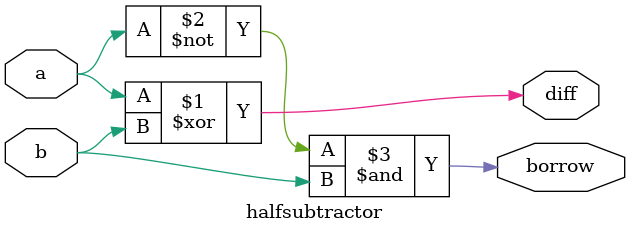
<source format=v>
module halfsubtractor (a,b,diff,borrow);
  input a,b;
  output diff,borrow;
  
  assign diff = a ^ b;
  assign borrow = ~a & b;
  
endmodule

</source>
